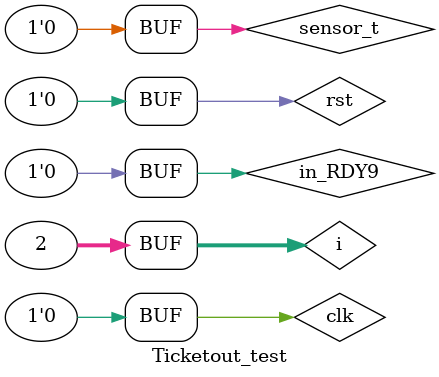
<source format=v>
module Ticketout_test;

reg clk, rst;
reg sensor_t, in_RDY9;
wire ticket_out, state_cmp9;
integer i;

Ticketout tckt(.clk(clk), .rst(rst), .sensor_t(sensor_t), .in_RDY9(in_RDY9),.state_cmp9(state_cmp9), .ticket_out(ticket_out));

initial 
	begin
	     clk = 0;
	     rst = 1; 
	#10  clk = 1;
	#10  clk = 0;
	#10  clk = 1;
	     rst = 0;
	     in_RDY9 = 1;	     
	#10  clk = 0;
	#10  clk = 1;
	     in_RDY9 = 0;
	#10  clk = 0;
	
	for(i=0;i<2;i=i+1) begin	// time 2 cycles
		#10 clk = 1;
		#10 clk = 0;
		end
	#10  clk = 1;
	     sensor_t = 1;
	#10  clk = 0;
	#10  clk = 1;
	     sensor_t = 0;
	#10  clk = 0;



	#10  clk = 1;
	#1   in_RDY9 = 1;	     
	#9   clk = 0;
	#10  clk = 1;
	#1   in_RDY9 = 0;		// edit time delay
	#9   clk = 0;
	
	
	for(i=0;i<5;i=i+1) begin	// change time 5 cycles
		#10 clk = 1;
		#10 clk = 0;
		end
	#10  clk = 1;
	     sensor_t = 1;
	#10  clk = 0;
	#10  clk = 1;
	     sensor_t = 0;
	#10  clk = 0;

	for(i=0;i<2;i=i+1) begin
		#10 clk = 1;
		#10 clk = 0;
		end
	end

endmodule


</source>
